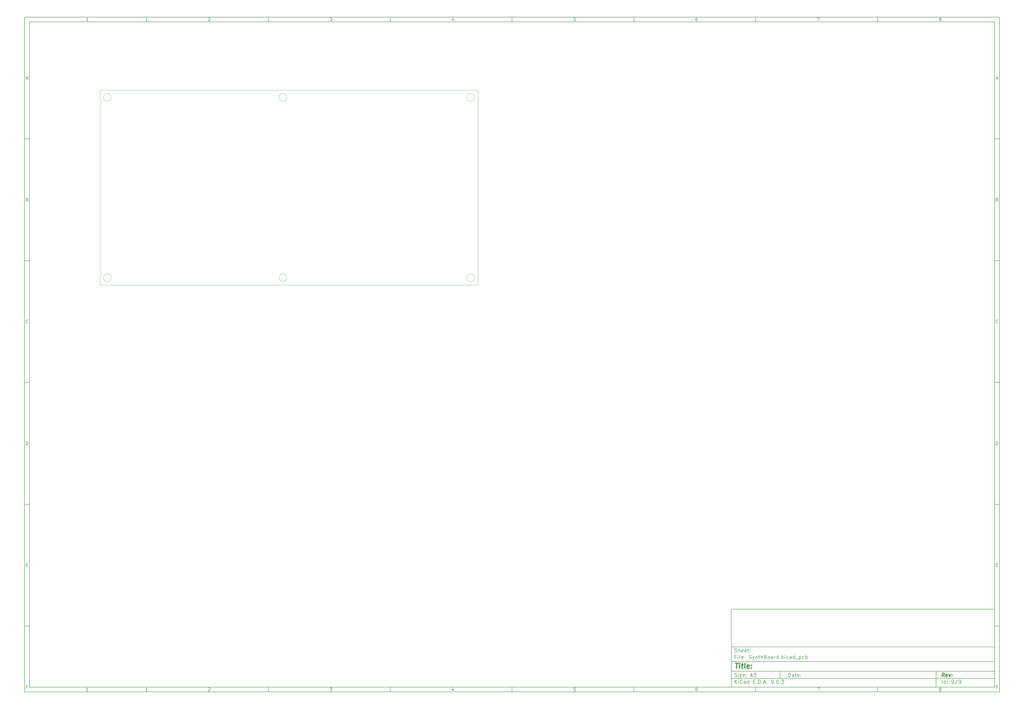
<source format=gbr>
%TF.GenerationSoftware,KiCad,Pcbnew,9.0.3*%
%TF.CreationDate,2025-09-21T20:18:17+09:00*%
%TF.ProjectId,SynthBoard,53796e74-6842-46f6-9172-642e6b696361,rev?*%
%TF.SameCoordinates,Original*%
%TF.FileFunction,Profile,NP*%
%FSLAX46Y46*%
G04 Gerber Fmt 4.6, Leading zero omitted, Abs format (unit mm)*
G04 Created by KiCad (PCBNEW 9.0.3) date 2025-09-21 20:18:17*
%MOMM*%
%LPD*%
G01*
G04 APERTURE LIST*
%ADD10C,0.100000*%
%ADD11C,0.150000*%
%ADD12C,0.300000*%
%ADD13C,0.400000*%
%TA.AperFunction,Profile*%
%ADD14C,0.050000*%
%TD*%
G04 APERTURE END LIST*
D10*
D11*
X299989000Y-253002200D02*
X407989000Y-253002200D01*
X407989000Y-285002200D01*
X299989000Y-285002200D01*
X299989000Y-253002200D01*
D10*
D11*
X10000000Y-10000000D02*
X409989000Y-10000000D01*
X409989000Y-287002200D01*
X10000000Y-287002200D01*
X10000000Y-10000000D01*
D10*
D11*
X12000000Y-12000000D02*
X407989000Y-12000000D01*
X407989000Y-285002200D01*
X12000000Y-285002200D01*
X12000000Y-12000000D01*
D10*
D11*
X60000000Y-12000000D02*
X60000000Y-10000000D01*
D10*
D11*
X110000000Y-12000000D02*
X110000000Y-10000000D01*
D10*
D11*
X160000000Y-12000000D02*
X160000000Y-10000000D01*
D10*
D11*
X210000000Y-12000000D02*
X210000000Y-10000000D01*
D10*
D11*
X260000000Y-12000000D02*
X260000000Y-10000000D01*
D10*
D11*
X310000000Y-12000000D02*
X310000000Y-10000000D01*
D10*
D11*
X360000000Y-12000000D02*
X360000000Y-10000000D01*
D10*
D11*
X36089160Y-11593604D02*
X35346303Y-11593604D01*
X35717731Y-11593604D02*
X35717731Y-10293604D01*
X35717731Y-10293604D02*
X35593922Y-10479319D01*
X35593922Y-10479319D02*
X35470112Y-10603128D01*
X35470112Y-10603128D02*
X35346303Y-10665033D01*
D10*
D11*
X85346303Y-10417414D02*
X85408207Y-10355509D01*
X85408207Y-10355509D02*
X85532017Y-10293604D01*
X85532017Y-10293604D02*
X85841541Y-10293604D01*
X85841541Y-10293604D02*
X85965350Y-10355509D01*
X85965350Y-10355509D02*
X86027255Y-10417414D01*
X86027255Y-10417414D02*
X86089160Y-10541223D01*
X86089160Y-10541223D02*
X86089160Y-10665033D01*
X86089160Y-10665033D02*
X86027255Y-10850747D01*
X86027255Y-10850747D02*
X85284398Y-11593604D01*
X85284398Y-11593604D02*
X86089160Y-11593604D01*
D10*
D11*
X135284398Y-10293604D02*
X136089160Y-10293604D01*
X136089160Y-10293604D02*
X135655826Y-10788842D01*
X135655826Y-10788842D02*
X135841541Y-10788842D01*
X135841541Y-10788842D02*
X135965350Y-10850747D01*
X135965350Y-10850747D02*
X136027255Y-10912652D01*
X136027255Y-10912652D02*
X136089160Y-11036461D01*
X136089160Y-11036461D02*
X136089160Y-11345985D01*
X136089160Y-11345985D02*
X136027255Y-11469795D01*
X136027255Y-11469795D02*
X135965350Y-11531700D01*
X135965350Y-11531700D02*
X135841541Y-11593604D01*
X135841541Y-11593604D02*
X135470112Y-11593604D01*
X135470112Y-11593604D02*
X135346303Y-11531700D01*
X135346303Y-11531700D02*
X135284398Y-11469795D01*
D10*
D11*
X185965350Y-10726938D02*
X185965350Y-11593604D01*
X185655826Y-10231700D02*
X185346303Y-11160271D01*
X185346303Y-11160271D02*
X186151064Y-11160271D01*
D10*
D11*
X236027255Y-10293604D02*
X235408207Y-10293604D01*
X235408207Y-10293604D02*
X235346303Y-10912652D01*
X235346303Y-10912652D02*
X235408207Y-10850747D01*
X235408207Y-10850747D02*
X235532017Y-10788842D01*
X235532017Y-10788842D02*
X235841541Y-10788842D01*
X235841541Y-10788842D02*
X235965350Y-10850747D01*
X235965350Y-10850747D02*
X236027255Y-10912652D01*
X236027255Y-10912652D02*
X236089160Y-11036461D01*
X236089160Y-11036461D02*
X236089160Y-11345985D01*
X236089160Y-11345985D02*
X236027255Y-11469795D01*
X236027255Y-11469795D02*
X235965350Y-11531700D01*
X235965350Y-11531700D02*
X235841541Y-11593604D01*
X235841541Y-11593604D02*
X235532017Y-11593604D01*
X235532017Y-11593604D02*
X235408207Y-11531700D01*
X235408207Y-11531700D02*
X235346303Y-11469795D01*
D10*
D11*
X285965350Y-10293604D02*
X285717731Y-10293604D01*
X285717731Y-10293604D02*
X285593922Y-10355509D01*
X285593922Y-10355509D02*
X285532017Y-10417414D01*
X285532017Y-10417414D02*
X285408207Y-10603128D01*
X285408207Y-10603128D02*
X285346303Y-10850747D01*
X285346303Y-10850747D02*
X285346303Y-11345985D01*
X285346303Y-11345985D02*
X285408207Y-11469795D01*
X285408207Y-11469795D02*
X285470112Y-11531700D01*
X285470112Y-11531700D02*
X285593922Y-11593604D01*
X285593922Y-11593604D02*
X285841541Y-11593604D01*
X285841541Y-11593604D02*
X285965350Y-11531700D01*
X285965350Y-11531700D02*
X286027255Y-11469795D01*
X286027255Y-11469795D02*
X286089160Y-11345985D01*
X286089160Y-11345985D02*
X286089160Y-11036461D01*
X286089160Y-11036461D02*
X286027255Y-10912652D01*
X286027255Y-10912652D02*
X285965350Y-10850747D01*
X285965350Y-10850747D02*
X285841541Y-10788842D01*
X285841541Y-10788842D02*
X285593922Y-10788842D01*
X285593922Y-10788842D02*
X285470112Y-10850747D01*
X285470112Y-10850747D02*
X285408207Y-10912652D01*
X285408207Y-10912652D02*
X285346303Y-11036461D01*
D10*
D11*
X335284398Y-10293604D02*
X336151064Y-10293604D01*
X336151064Y-10293604D02*
X335593922Y-11593604D01*
D10*
D11*
X385593922Y-10850747D02*
X385470112Y-10788842D01*
X385470112Y-10788842D02*
X385408207Y-10726938D01*
X385408207Y-10726938D02*
X385346303Y-10603128D01*
X385346303Y-10603128D02*
X385346303Y-10541223D01*
X385346303Y-10541223D02*
X385408207Y-10417414D01*
X385408207Y-10417414D02*
X385470112Y-10355509D01*
X385470112Y-10355509D02*
X385593922Y-10293604D01*
X385593922Y-10293604D02*
X385841541Y-10293604D01*
X385841541Y-10293604D02*
X385965350Y-10355509D01*
X385965350Y-10355509D02*
X386027255Y-10417414D01*
X386027255Y-10417414D02*
X386089160Y-10541223D01*
X386089160Y-10541223D02*
X386089160Y-10603128D01*
X386089160Y-10603128D02*
X386027255Y-10726938D01*
X386027255Y-10726938D02*
X385965350Y-10788842D01*
X385965350Y-10788842D02*
X385841541Y-10850747D01*
X385841541Y-10850747D02*
X385593922Y-10850747D01*
X385593922Y-10850747D02*
X385470112Y-10912652D01*
X385470112Y-10912652D02*
X385408207Y-10974557D01*
X385408207Y-10974557D02*
X385346303Y-11098366D01*
X385346303Y-11098366D02*
X385346303Y-11345985D01*
X385346303Y-11345985D02*
X385408207Y-11469795D01*
X385408207Y-11469795D02*
X385470112Y-11531700D01*
X385470112Y-11531700D02*
X385593922Y-11593604D01*
X385593922Y-11593604D02*
X385841541Y-11593604D01*
X385841541Y-11593604D02*
X385965350Y-11531700D01*
X385965350Y-11531700D02*
X386027255Y-11469795D01*
X386027255Y-11469795D02*
X386089160Y-11345985D01*
X386089160Y-11345985D02*
X386089160Y-11098366D01*
X386089160Y-11098366D02*
X386027255Y-10974557D01*
X386027255Y-10974557D02*
X385965350Y-10912652D01*
X385965350Y-10912652D02*
X385841541Y-10850747D01*
D10*
D11*
X60000000Y-285002200D02*
X60000000Y-287002200D01*
D10*
D11*
X110000000Y-285002200D02*
X110000000Y-287002200D01*
D10*
D11*
X160000000Y-285002200D02*
X160000000Y-287002200D01*
D10*
D11*
X210000000Y-285002200D02*
X210000000Y-287002200D01*
D10*
D11*
X260000000Y-285002200D02*
X260000000Y-287002200D01*
D10*
D11*
X310000000Y-285002200D02*
X310000000Y-287002200D01*
D10*
D11*
X360000000Y-285002200D02*
X360000000Y-287002200D01*
D10*
D11*
X36089160Y-286595804D02*
X35346303Y-286595804D01*
X35717731Y-286595804D02*
X35717731Y-285295804D01*
X35717731Y-285295804D02*
X35593922Y-285481519D01*
X35593922Y-285481519D02*
X35470112Y-285605328D01*
X35470112Y-285605328D02*
X35346303Y-285667233D01*
D10*
D11*
X85346303Y-285419614D02*
X85408207Y-285357709D01*
X85408207Y-285357709D02*
X85532017Y-285295804D01*
X85532017Y-285295804D02*
X85841541Y-285295804D01*
X85841541Y-285295804D02*
X85965350Y-285357709D01*
X85965350Y-285357709D02*
X86027255Y-285419614D01*
X86027255Y-285419614D02*
X86089160Y-285543423D01*
X86089160Y-285543423D02*
X86089160Y-285667233D01*
X86089160Y-285667233D02*
X86027255Y-285852947D01*
X86027255Y-285852947D02*
X85284398Y-286595804D01*
X85284398Y-286595804D02*
X86089160Y-286595804D01*
D10*
D11*
X135284398Y-285295804D02*
X136089160Y-285295804D01*
X136089160Y-285295804D02*
X135655826Y-285791042D01*
X135655826Y-285791042D02*
X135841541Y-285791042D01*
X135841541Y-285791042D02*
X135965350Y-285852947D01*
X135965350Y-285852947D02*
X136027255Y-285914852D01*
X136027255Y-285914852D02*
X136089160Y-286038661D01*
X136089160Y-286038661D02*
X136089160Y-286348185D01*
X136089160Y-286348185D02*
X136027255Y-286471995D01*
X136027255Y-286471995D02*
X135965350Y-286533900D01*
X135965350Y-286533900D02*
X135841541Y-286595804D01*
X135841541Y-286595804D02*
X135470112Y-286595804D01*
X135470112Y-286595804D02*
X135346303Y-286533900D01*
X135346303Y-286533900D02*
X135284398Y-286471995D01*
D10*
D11*
X185965350Y-285729138D02*
X185965350Y-286595804D01*
X185655826Y-285233900D02*
X185346303Y-286162471D01*
X185346303Y-286162471D02*
X186151064Y-286162471D01*
D10*
D11*
X236027255Y-285295804D02*
X235408207Y-285295804D01*
X235408207Y-285295804D02*
X235346303Y-285914852D01*
X235346303Y-285914852D02*
X235408207Y-285852947D01*
X235408207Y-285852947D02*
X235532017Y-285791042D01*
X235532017Y-285791042D02*
X235841541Y-285791042D01*
X235841541Y-285791042D02*
X235965350Y-285852947D01*
X235965350Y-285852947D02*
X236027255Y-285914852D01*
X236027255Y-285914852D02*
X236089160Y-286038661D01*
X236089160Y-286038661D02*
X236089160Y-286348185D01*
X236089160Y-286348185D02*
X236027255Y-286471995D01*
X236027255Y-286471995D02*
X235965350Y-286533900D01*
X235965350Y-286533900D02*
X235841541Y-286595804D01*
X235841541Y-286595804D02*
X235532017Y-286595804D01*
X235532017Y-286595804D02*
X235408207Y-286533900D01*
X235408207Y-286533900D02*
X235346303Y-286471995D01*
D10*
D11*
X285965350Y-285295804D02*
X285717731Y-285295804D01*
X285717731Y-285295804D02*
X285593922Y-285357709D01*
X285593922Y-285357709D02*
X285532017Y-285419614D01*
X285532017Y-285419614D02*
X285408207Y-285605328D01*
X285408207Y-285605328D02*
X285346303Y-285852947D01*
X285346303Y-285852947D02*
X285346303Y-286348185D01*
X285346303Y-286348185D02*
X285408207Y-286471995D01*
X285408207Y-286471995D02*
X285470112Y-286533900D01*
X285470112Y-286533900D02*
X285593922Y-286595804D01*
X285593922Y-286595804D02*
X285841541Y-286595804D01*
X285841541Y-286595804D02*
X285965350Y-286533900D01*
X285965350Y-286533900D02*
X286027255Y-286471995D01*
X286027255Y-286471995D02*
X286089160Y-286348185D01*
X286089160Y-286348185D02*
X286089160Y-286038661D01*
X286089160Y-286038661D02*
X286027255Y-285914852D01*
X286027255Y-285914852D02*
X285965350Y-285852947D01*
X285965350Y-285852947D02*
X285841541Y-285791042D01*
X285841541Y-285791042D02*
X285593922Y-285791042D01*
X285593922Y-285791042D02*
X285470112Y-285852947D01*
X285470112Y-285852947D02*
X285408207Y-285914852D01*
X285408207Y-285914852D02*
X285346303Y-286038661D01*
D10*
D11*
X335284398Y-285295804D02*
X336151064Y-285295804D01*
X336151064Y-285295804D02*
X335593922Y-286595804D01*
D10*
D11*
X385593922Y-285852947D02*
X385470112Y-285791042D01*
X385470112Y-285791042D02*
X385408207Y-285729138D01*
X385408207Y-285729138D02*
X385346303Y-285605328D01*
X385346303Y-285605328D02*
X385346303Y-285543423D01*
X385346303Y-285543423D02*
X385408207Y-285419614D01*
X385408207Y-285419614D02*
X385470112Y-285357709D01*
X385470112Y-285357709D02*
X385593922Y-285295804D01*
X385593922Y-285295804D02*
X385841541Y-285295804D01*
X385841541Y-285295804D02*
X385965350Y-285357709D01*
X385965350Y-285357709D02*
X386027255Y-285419614D01*
X386027255Y-285419614D02*
X386089160Y-285543423D01*
X386089160Y-285543423D02*
X386089160Y-285605328D01*
X386089160Y-285605328D02*
X386027255Y-285729138D01*
X386027255Y-285729138D02*
X385965350Y-285791042D01*
X385965350Y-285791042D02*
X385841541Y-285852947D01*
X385841541Y-285852947D02*
X385593922Y-285852947D01*
X385593922Y-285852947D02*
X385470112Y-285914852D01*
X385470112Y-285914852D02*
X385408207Y-285976757D01*
X385408207Y-285976757D02*
X385346303Y-286100566D01*
X385346303Y-286100566D02*
X385346303Y-286348185D01*
X385346303Y-286348185D02*
X385408207Y-286471995D01*
X385408207Y-286471995D02*
X385470112Y-286533900D01*
X385470112Y-286533900D02*
X385593922Y-286595804D01*
X385593922Y-286595804D02*
X385841541Y-286595804D01*
X385841541Y-286595804D02*
X385965350Y-286533900D01*
X385965350Y-286533900D02*
X386027255Y-286471995D01*
X386027255Y-286471995D02*
X386089160Y-286348185D01*
X386089160Y-286348185D02*
X386089160Y-286100566D01*
X386089160Y-286100566D02*
X386027255Y-285976757D01*
X386027255Y-285976757D02*
X385965350Y-285914852D01*
X385965350Y-285914852D02*
X385841541Y-285852947D01*
D10*
D11*
X10000000Y-60000000D02*
X12000000Y-60000000D01*
D10*
D11*
X10000000Y-110000000D02*
X12000000Y-110000000D01*
D10*
D11*
X10000000Y-160000000D02*
X12000000Y-160000000D01*
D10*
D11*
X10000000Y-210000000D02*
X12000000Y-210000000D01*
D10*
D11*
X10000000Y-260000000D02*
X12000000Y-260000000D01*
D10*
D11*
X10690476Y-35222176D02*
X11309523Y-35222176D01*
X10566666Y-35593604D02*
X10999999Y-34293604D01*
X10999999Y-34293604D02*
X11433333Y-35593604D01*
D10*
D11*
X11092857Y-84912652D02*
X11278571Y-84974557D01*
X11278571Y-84974557D02*
X11340476Y-85036461D01*
X11340476Y-85036461D02*
X11402380Y-85160271D01*
X11402380Y-85160271D02*
X11402380Y-85345985D01*
X11402380Y-85345985D02*
X11340476Y-85469795D01*
X11340476Y-85469795D02*
X11278571Y-85531700D01*
X11278571Y-85531700D02*
X11154761Y-85593604D01*
X11154761Y-85593604D02*
X10659523Y-85593604D01*
X10659523Y-85593604D02*
X10659523Y-84293604D01*
X10659523Y-84293604D02*
X11092857Y-84293604D01*
X11092857Y-84293604D02*
X11216666Y-84355509D01*
X11216666Y-84355509D02*
X11278571Y-84417414D01*
X11278571Y-84417414D02*
X11340476Y-84541223D01*
X11340476Y-84541223D02*
X11340476Y-84665033D01*
X11340476Y-84665033D02*
X11278571Y-84788842D01*
X11278571Y-84788842D02*
X11216666Y-84850747D01*
X11216666Y-84850747D02*
X11092857Y-84912652D01*
X11092857Y-84912652D02*
X10659523Y-84912652D01*
D10*
D11*
X11402380Y-135469795D02*
X11340476Y-135531700D01*
X11340476Y-135531700D02*
X11154761Y-135593604D01*
X11154761Y-135593604D02*
X11030952Y-135593604D01*
X11030952Y-135593604D02*
X10845238Y-135531700D01*
X10845238Y-135531700D02*
X10721428Y-135407890D01*
X10721428Y-135407890D02*
X10659523Y-135284080D01*
X10659523Y-135284080D02*
X10597619Y-135036461D01*
X10597619Y-135036461D02*
X10597619Y-134850747D01*
X10597619Y-134850747D02*
X10659523Y-134603128D01*
X10659523Y-134603128D02*
X10721428Y-134479319D01*
X10721428Y-134479319D02*
X10845238Y-134355509D01*
X10845238Y-134355509D02*
X11030952Y-134293604D01*
X11030952Y-134293604D02*
X11154761Y-134293604D01*
X11154761Y-134293604D02*
X11340476Y-134355509D01*
X11340476Y-134355509D02*
X11402380Y-134417414D01*
D10*
D11*
X10659523Y-185593604D02*
X10659523Y-184293604D01*
X10659523Y-184293604D02*
X10969047Y-184293604D01*
X10969047Y-184293604D02*
X11154761Y-184355509D01*
X11154761Y-184355509D02*
X11278571Y-184479319D01*
X11278571Y-184479319D02*
X11340476Y-184603128D01*
X11340476Y-184603128D02*
X11402380Y-184850747D01*
X11402380Y-184850747D02*
X11402380Y-185036461D01*
X11402380Y-185036461D02*
X11340476Y-185284080D01*
X11340476Y-185284080D02*
X11278571Y-185407890D01*
X11278571Y-185407890D02*
X11154761Y-185531700D01*
X11154761Y-185531700D02*
X10969047Y-185593604D01*
X10969047Y-185593604D02*
X10659523Y-185593604D01*
D10*
D11*
X10721428Y-234912652D02*
X11154762Y-234912652D01*
X11340476Y-235593604D02*
X10721428Y-235593604D01*
X10721428Y-235593604D02*
X10721428Y-234293604D01*
X10721428Y-234293604D02*
X11340476Y-234293604D01*
D10*
D11*
X11185714Y-284912652D02*
X10752380Y-284912652D01*
X10752380Y-285593604D02*
X10752380Y-284293604D01*
X10752380Y-284293604D02*
X11371428Y-284293604D01*
D10*
D11*
X409989000Y-60000000D02*
X407989000Y-60000000D01*
D10*
D11*
X409989000Y-110000000D02*
X407989000Y-110000000D01*
D10*
D11*
X409989000Y-160000000D02*
X407989000Y-160000000D01*
D10*
D11*
X409989000Y-210000000D02*
X407989000Y-210000000D01*
D10*
D11*
X409989000Y-260000000D02*
X407989000Y-260000000D01*
D10*
D11*
X408679476Y-35222176D02*
X409298523Y-35222176D01*
X408555666Y-35593604D02*
X408988999Y-34293604D01*
X408988999Y-34293604D02*
X409422333Y-35593604D01*
D10*
D11*
X409081857Y-84912652D02*
X409267571Y-84974557D01*
X409267571Y-84974557D02*
X409329476Y-85036461D01*
X409329476Y-85036461D02*
X409391380Y-85160271D01*
X409391380Y-85160271D02*
X409391380Y-85345985D01*
X409391380Y-85345985D02*
X409329476Y-85469795D01*
X409329476Y-85469795D02*
X409267571Y-85531700D01*
X409267571Y-85531700D02*
X409143761Y-85593604D01*
X409143761Y-85593604D02*
X408648523Y-85593604D01*
X408648523Y-85593604D02*
X408648523Y-84293604D01*
X408648523Y-84293604D02*
X409081857Y-84293604D01*
X409081857Y-84293604D02*
X409205666Y-84355509D01*
X409205666Y-84355509D02*
X409267571Y-84417414D01*
X409267571Y-84417414D02*
X409329476Y-84541223D01*
X409329476Y-84541223D02*
X409329476Y-84665033D01*
X409329476Y-84665033D02*
X409267571Y-84788842D01*
X409267571Y-84788842D02*
X409205666Y-84850747D01*
X409205666Y-84850747D02*
X409081857Y-84912652D01*
X409081857Y-84912652D02*
X408648523Y-84912652D01*
D10*
D11*
X409391380Y-135469795D02*
X409329476Y-135531700D01*
X409329476Y-135531700D02*
X409143761Y-135593604D01*
X409143761Y-135593604D02*
X409019952Y-135593604D01*
X409019952Y-135593604D02*
X408834238Y-135531700D01*
X408834238Y-135531700D02*
X408710428Y-135407890D01*
X408710428Y-135407890D02*
X408648523Y-135284080D01*
X408648523Y-135284080D02*
X408586619Y-135036461D01*
X408586619Y-135036461D02*
X408586619Y-134850747D01*
X408586619Y-134850747D02*
X408648523Y-134603128D01*
X408648523Y-134603128D02*
X408710428Y-134479319D01*
X408710428Y-134479319D02*
X408834238Y-134355509D01*
X408834238Y-134355509D02*
X409019952Y-134293604D01*
X409019952Y-134293604D02*
X409143761Y-134293604D01*
X409143761Y-134293604D02*
X409329476Y-134355509D01*
X409329476Y-134355509D02*
X409391380Y-134417414D01*
D10*
D11*
X408648523Y-185593604D02*
X408648523Y-184293604D01*
X408648523Y-184293604D02*
X408958047Y-184293604D01*
X408958047Y-184293604D02*
X409143761Y-184355509D01*
X409143761Y-184355509D02*
X409267571Y-184479319D01*
X409267571Y-184479319D02*
X409329476Y-184603128D01*
X409329476Y-184603128D02*
X409391380Y-184850747D01*
X409391380Y-184850747D02*
X409391380Y-185036461D01*
X409391380Y-185036461D02*
X409329476Y-185284080D01*
X409329476Y-185284080D02*
X409267571Y-185407890D01*
X409267571Y-185407890D02*
X409143761Y-185531700D01*
X409143761Y-185531700D02*
X408958047Y-185593604D01*
X408958047Y-185593604D02*
X408648523Y-185593604D01*
D10*
D11*
X408710428Y-234912652D02*
X409143762Y-234912652D01*
X409329476Y-235593604D02*
X408710428Y-235593604D01*
X408710428Y-235593604D02*
X408710428Y-234293604D01*
X408710428Y-234293604D02*
X409329476Y-234293604D01*
D10*
D11*
X409174714Y-284912652D02*
X408741380Y-284912652D01*
X408741380Y-285593604D02*
X408741380Y-284293604D01*
X408741380Y-284293604D02*
X409360428Y-284293604D01*
D10*
D11*
X323444826Y-280788328D02*
X323444826Y-279288328D01*
X323444826Y-279288328D02*
X323801969Y-279288328D01*
X323801969Y-279288328D02*
X324016255Y-279359757D01*
X324016255Y-279359757D02*
X324159112Y-279502614D01*
X324159112Y-279502614D02*
X324230541Y-279645471D01*
X324230541Y-279645471D02*
X324301969Y-279931185D01*
X324301969Y-279931185D02*
X324301969Y-280145471D01*
X324301969Y-280145471D02*
X324230541Y-280431185D01*
X324230541Y-280431185D02*
X324159112Y-280574042D01*
X324159112Y-280574042D02*
X324016255Y-280716900D01*
X324016255Y-280716900D02*
X323801969Y-280788328D01*
X323801969Y-280788328D02*
X323444826Y-280788328D01*
X325587684Y-280788328D02*
X325587684Y-280002614D01*
X325587684Y-280002614D02*
X325516255Y-279859757D01*
X325516255Y-279859757D02*
X325373398Y-279788328D01*
X325373398Y-279788328D02*
X325087684Y-279788328D01*
X325087684Y-279788328D02*
X324944826Y-279859757D01*
X325587684Y-280716900D02*
X325444826Y-280788328D01*
X325444826Y-280788328D02*
X325087684Y-280788328D01*
X325087684Y-280788328D02*
X324944826Y-280716900D01*
X324944826Y-280716900D02*
X324873398Y-280574042D01*
X324873398Y-280574042D02*
X324873398Y-280431185D01*
X324873398Y-280431185D02*
X324944826Y-280288328D01*
X324944826Y-280288328D02*
X325087684Y-280216900D01*
X325087684Y-280216900D02*
X325444826Y-280216900D01*
X325444826Y-280216900D02*
X325587684Y-280145471D01*
X326087684Y-279788328D02*
X326659112Y-279788328D01*
X326301969Y-279288328D02*
X326301969Y-280574042D01*
X326301969Y-280574042D02*
X326373398Y-280716900D01*
X326373398Y-280716900D02*
X326516255Y-280788328D01*
X326516255Y-280788328D02*
X326659112Y-280788328D01*
X327730541Y-280716900D02*
X327587684Y-280788328D01*
X327587684Y-280788328D02*
X327301970Y-280788328D01*
X327301970Y-280788328D02*
X327159112Y-280716900D01*
X327159112Y-280716900D02*
X327087684Y-280574042D01*
X327087684Y-280574042D02*
X327087684Y-280002614D01*
X327087684Y-280002614D02*
X327159112Y-279859757D01*
X327159112Y-279859757D02*
X327301970Y-279788328D01*
X327301970Y-279788328D02*
X327587684Y-279788328D01*
X327587684Y-279788328D02*
X327730541Y-279859757D01*
X327730541Y-279859757D02*
X327801970Y-280002614D01*
X327801970Y-280002614D02*
X327801970Y-280145471D01*
X327801970Y-280145471D02*
X327087684Y-280288328D01*
X328444826Y-280645471D02*
X328516255Y-280716900D01*
X328516255Y-280716900D02*
X328444826Y-280788328D01*
X328444826Y-280788328D02*
X328373398Y-280716900D01*
X328373398Y-280716900D02*
X328444826Y-280645471D01*
X328444826Y-280645471D02*
X328444826Y-280788328D01*
X328444826Y-279859757D02*
X328516255Y-279931185D01*
X328516255Y-279931185D02*
X328444826Y-280002614D01*
X328444826Y-280002614D02*
X328373398Y-279931185D01*
X328373398Y-279931185D02*
X328444826Y-279859757D01*
X328444826Y-279859757D02*
X328444826Y-280002614D01*
D10*
D11*
X299989000Y-281502200D02*
X407989000Y-281502200D01*
D10*
D11*
X301444826Y-283588328D02*
X301444826Y-282088328D01*
X302301969Y-283588328D02*
X301659112Y-282731185D01*
X302301969Y-282088328D02*
X301444826Y-282945471D01*
X302944826Y-283588328D02*
X302944826Y-282588328D01*
X302944826Y-282088328D02*
X302873398Y-282159757D01*
X302873398Y-282159757D02*
X302944826Y-282231185D01*
X302944826Y-282231185D02*
X303016255Y-282159757D01*
X303016255Y-282159757D02*
X302944826Y-282088328D01*
X302944826Y-282088328D02*
X302944826Y-282231185D01*
X304516255Y-283445471D02*
X304444827Y-283516900D01*
X304444827Y-283516900D02*
X304230541Y-283588328D01*
X304230541Y-283588328D02*
X304087684Y-283588328D01*
X304087684Y-283588328D02*
X303873398Y-283516900D01*
X303873398Y-283516900D02*
X303730541Y-283374042D01*
X303730541Y-283374042D02*
X303659112Y-283231185D01*
X303659112Y-283231185D02*
X303587684Y-282945471D01*
X303587684Y-282945471D02*
X303587684Y-282731185D01*
X303587684Y-282731185D02*
X303659112Y-282445471D01*
X303659112Y-282445471D02*
X303730541Y-282302614D01*
X303730541Y-282302614D02*
X303873398Y-282159757D01*
X303873398Y-282159757D02*
X304087684Y-282088328D01*
X304087684Y-282088328D02*
X304230541Y-282088328D01*
X304230541Y-282088328D02*
X304444827Y-282159757D01*
X304444827Y-282159757D02*
X304516255Y-282231185D01*
X305801970Y-283588328D02*
X305801970Y-282802614D01*
X305801970Y-282802614D02*
X305730541Y-282659757D01*
X305730541Y-282659757D02*
X305587684Y-282588328D01*
X305587684Y-282588328D02*
X305301970Y-282588328D01*
X305301970Y-282588328D02*
X305159112Y-282659757D01*
X305801970Y-283516900D02*
X305659112Y-283588328D01*
X305659112Y-283588328D02*
X305301970Y-283588328D01*
X305301970Y-283588328D02*
X305159112Y-283516900D01*
X305159112Y-283516900D02*
X305087684Y-283374042D01*
X305087684Y-283374042D02*
X305087684Y-283231185D01*
X305087684Y-283231185D02*
X305159112Y-283088328D01*
X305159112Y-283088328D02*
X305301970Y-283016900D01*
X305301970Y-283016900D02*
X305659112Y-283016900D01*
X305659112Y-283016900D02*
X305801970Y-282945471D01*
X307159113Y-283588328D02*
X307159113Y-282088328D01*
X307159113Y-283516900D02*
X307016255Y-283588328D01*
X307016255Y-283588328D02*
X306730541Y-283588328D01*
X306730541Y-283588328D02*
X306587684Y-283516900D01*
X306587684Y-283516900D02*
X306516255Y-283445471D01*
X306516255Y-283445471D02*
X306444827Y-283302614D01*
X306444827Y-283302614D02*
X306444827Y-282874042D01*
X306444827Y-282874042D02*
X306516255Y-282731185D01*
X306516255Y-282731185D02*
X306587684Y-282659757D01*
X306587684Y-282659757D02*
X306730541Y-282588328D01*
X306730541Y-282588328D02*
X307016255Y-282588328D01*
X307016255Y-282588328D02*
X307159113Y-282659757D01*
X309016255Y-282802614D02*
X309516255Y-282802614D01*
X309730541Y-283588328D02*
X309016255Y-283588328D01*
X309016255Y-283588328D02*
X309016255Y-282088328D01*
X309016255Y-282088328D02*
X309730541Y-282088328D01*
X310373398Y-283445471D02*
X310444827Y-283516900D01*
X310444827Y-283516900D02*
X310373398Y-283588328D01*
X310373398Y-283588328D02*
X310301970Y-283516900D01*
X310301970Y-283516900D02*
X310373398Y-283445471D01*
X310373398Y-283445471D02*
X310373398Y-283588328D01*
X311087684Y-283588328D02*
X311087684Y-282088328D01*
X311087684Y-282088328D02*
X311444827Y-282088328D01*
X311444827Y-282088328D02*
X311659113Y-282159757D01*
X311659113Y-282159757D02*
X311801970Y-282302614D01*
X311801970Y-282302614D02*
X311873399Y-282445471D01*
X311873399Y-282445471D02*
X311944827Y-282731185D01*
X311944827Y-282731185D02*
X311944827Y-282945471D01*
X311944827Y-282945471D02*
X311873399Y-283231185D01*
X311873399Y-283231185D02*
X311801970Y-283374042D01*
X311801970Y-283374042D02*
X311659113Y-283516900D01*
X311659113Y-283516900D02*
X311444827Y-283588328D01*
X311444827Y-283588328D02*
X311087684Y-283588328D01*
X312587684Y-283445471D02*
X312659113Y-283516900D01*
X312659113Y-283516900D02*
X312587684Y-283588328D01*
X312587684Y-283588328D02*
X312516256Y-283516900D01*
X312516256Y-283516900D02*
X312587684Y-283445471D01*
X312587684Y-283445471D02*
X312587684Y-283588328D01*
X313230542Y-283159757D02*
X313944828Y-283159757D01*
X313087685Y-283588328D02*
X313587685Y-282088328D01*
X313587685Y-282088328D02*
X314087685Y-283588328D01*
X314587684Y-283445471D02*
X314659113Y-283516900D01*
X314659113Y-283516900D02*
X314587684Y-283588328D01*
X314587684Y-283588328D02*
X314516256Y-283516900D01*
X314516256Y-283516900D02*
X314587684Y-283445471D01*
X314587684Y-283445471D02*
X314587684Y-283588328D01*
X316516256Y-283588328D02*
X316801970Y-283588328D01*
X316801970Y-283588328D02*
X316944827Y-283516900D01*
X316944827Y-283516900D02*
X317016256Y-283445471D01*
X317016256Y-283445471D02*
X317159113Y-283231185D01*
X317159113Y-283231185D02*
X317230542Y-282945471D01*
X317230542Y-282945471D02*
X317230542Y-282374042D01*
X317230542Y-282374042D02*
X317159113Y-282231185D01*
X317159113Y-282231185D02*
X317087685Y-282159757D01*
X317087685Y-282159757D02*
X316944827Y-282088328D01*
X316944827Y-282088328D02*
X316659113Y-282088328D01*
X316659113Y-282088328D02*
X316516256Y-282159757D01*
X316516256Y-282159757D02*
X316444827Y-282231185D01*
X316444827Y-282231185D02*
X316373399Y-282374042D01*
X316373399Y-282374042D02*
X316373399Y-282731185D01*
X316373399Y-282731185D02*
X316444827Y-282874042D01*
X316444827Y-282874042D02*
X316516256Y-282945471D01*
X316516256Y-282945471D02*
X316659113Y-283016900D01*
X316659113Y-283016900D02*
X316944827Y-283016900D01*
X316944827Y-283016900D02*
X317087685Y-282945471D01*
X317087685Y-282945471D02*
X317159113Y-282874042D01*
X317159113Y-282874042D02*
X317230542Y-282731185D01*
X317873398Y-283445471D02*
X317944827Y-283516900D01*
X317944827Y-283516900D02*
X317873398Y-283588328D01*
X317873398Y-283588328D02*
X317801970Y-283516900D01*
X317801970Y-283516900D02*
X317873398Y-283445471D01*
X317873398Y-283445471D02*
X317873398Y-283588328D01*
X318873399Y-282088328D02*
X319016256Y-282088328D01*
X319016256Y-282088328D02*
X319159113Y-282159757D01*
X319159113Y-282159757D02*
X319230542Y-282231185D01*
X319230542Y-282231185D02*
X319301970Y-282374042D01*
X319301970Y-282374042D02*
X319373399Y-282659757D01*
X319373399Y-282659757D02*
X319373399Y-283016900D01*
X319373399Y-283016900D02*
X319301970Y-283302614D01*
X319301970Y-283302614D02*
X319230542Y-283445471D01*
X319230542Y-283445471D02*
X319159113Y-283516900D01*
X319159113Y-283516900D02*
X319016256Y-283588328D01*
X319016256Y-283588328D02*
X318873399Y-283588328D01*
X318873399Y-283588328D02*
X318730542Y-283516900D01*
X318730542Y-283516900D02*
X318659113Y-283445471D01*
X318659113Y-283445471D02*
X318587684Y-283302614D01*
X318587684Y-283302614D02*
X318516256Y-283016900D01*
X318516256Y-283016900D02*
X318516256Y-282659757D01*
X318516256Y-282659757D02*
X318587684Y-282374042D01*
X318587684Y-282374042D02*
X318659113Y-282231185D01*
X318659113Y-282231185D02*
X318730542Y-282159757D01*
X318730542Y-282159757D02*
X318873399Y-282088328D01*
X320016255Y-283445471D02*
X320087684Y-283516900D01*
X320087684Y-283516900D02*
X320016255Y-283588328D01*
X320016255Y-283588328D02*
X319944827Y-283516900D01*
X319944827Y-283516900D02*
X320016255Y-283445471D01*
X320016255Y-283445471D02*
X320016255Y-283588328D01*
X320587684Y-282088328D02*
X321516256Y-282088328D01*
X321516256Y-282088328D02*
X321016256Y-282659757D01*
X321016256Y-282659757D02*
X321230541Y-282659757D01*
X321230541Y-282659757D02*
X321373399Y-282731185D01*
X321373399Y-282731185D02*
X321444827Y-282802614D01*
X321444827Y-282802614D02*
X321516256Y-282945471D01*
X321516256Y-282945471D02*
X321516256Y-283302614D01*
X321516256Y-283302614D02*
X321444827Y-283445471D01*
X321444827Y-283445471D02*
X321373399Y-283516900D01*
X321373399Y-283516900D02*
X321230541Y-283588328D01*
X321230541Y-283588328D02*
X320801970Y-283588328D01*
X320801970Y-283588328D02*
X320659113Y-283516900D01*
X320659113Y-283516900D02*
X320587684Y-283445471D01*
D10*
D11*
X299989000Y-278502200D02*
X407989000Y-278502200D01*
D10*
D12*
X387400653Y-280780528D02*
X386900653Y-280066242D01*
X386543510Y-280780528D02*
X386543510Y-279280528D01*
X386543510Y-279280528D02*
X387114939Y-279280528D01*
X387114939Y-279280528D02*
X387257796Y-279351957D01*
X387257796Y-279351957D02*
X387329225Y-279423385D01*
X387329225Y-279423385D02*
X387400653Y-279566242D01*
X387400653Y-279566242D02*
X387400653Y-279780528D01*
X387400653Y-279780528D02*
X387329225Y-279923385D01*
X387329225Y-279923385D02*
X387257796Y-279994814D01*
X387257796Y-279994814D02*
X387114939Y-280066242D01*
X387114939Y-280066242D02*
X386543510Y-280066242D01*
X388614939Y-280709100D02*
X388472082Y-280780528D01*
X388472082Y-280780528D02*
X388186368Y-280780528D01*
X388186368Y-280780528D02*
X388043510Y-280709100D01*
X388043510Y-280709100D02*
X387972082Y-280566242D01*
X387972082Y-280566242D02*
X387972082Y-279994814D01*
X387972082Y-279994814D02*
X388043510Y-279851957D01*
X388043510Y-279851957D02*
X388186368Y-279780528D01*
X388186368Y-279780528D02*
X388472082Y-279780528D01*
X388472082Y-279780528D02*
X388614939Y-279851957D01*
X388614939Y-279851957D02*
X388686368Y-279994814D01*
X388686368Y-279994814D02*
X388686368Y-280137671D01*
X388686368Y-280137671D02*
X387972082Y-280280528D01*
X389186367Y-279780528D02*
X389543510Y-280780528D01*
X389543510Y-280780528D02*
X389900653Y-279780528D01*
X390472081Y-280637671D02*
X390543510Y-280709100D01*
X390543510Y-280709100D02*
X390472081Y-280780528D01*
X390472081Y-280780528D02*
X390400653Y-280709100D01*
X390400653Y-280709100D02*
X390472081Y-280637671D01*
X390472081Y-280637671D02*
X390472081Y-280780528D01*
X390472081Y-279851957D02*
X390543510Y-279923385D01*
X390543510Y-279923385D02*
X390472081Y-279994814D01*
X390472081Y-279994814D02*
X390400653Y-279923385D01*
X390400653Y-279923385D02*
X390472081Y-279851957D01*
X390472081Y-279851957D02*
X390472081Y-279994814D01*
D10*
D11*
X301373398Y-280716900D02*
X301587684Y-280788328D01*
X301587684Y-280788328D02*
X301944826Y-280788328D01*
X301944826Y-280788328D02*
X302087684Y-280716900D01*
X302087684Y-280716900D02*
X302159112Y-280645471D01*
X302159112Y-280645471D02*
X302230541Y-280502614D01*
X302230541Y-280502614D02*
X302230541Y-280359757D01*
X302230541Y-280359757D02*
X302159112Y-280216900D01*
X302159112Y-280216900D02*
X302087684Y-280145471D01*
X302087684Y-280145471D02*
X301944826Y-280074042D01*
X301944826Y-280074042D02*
X301659112Y-280002614D01*
X301659112Y-280002614D02*
X301516255Y-279931185D01*
X301516255Y-279931185D02*
X301444826Y-279859757D01*
X301444826Y-279859757D02*
X301373398Y-279716900D01*
X301373398Y-279716900D02*
X301373398Y-279574042D01*
X301373398Y-279574042D02*
X301444826Y-279431185D01*
X301444826Y-279431185D02*
X301516255Y-279359757D01*
X301516255Y-279359757D02*
X301659112Y-279288328D01*
X301659112Y-279288328D02*
X302016255Y-279288328D01*
X302016255Y-279288328D02*
X302230541Y-279359757D01*
X302873397Y-280788328D02*
X302873397Y-279788328D01*
X302873397Y-279288328D02*
X302801969Y-279359757D01*
X302801969Y-279359757D02*
X302873397Y-279431185D01*
X302873397Y-279431185D02*
X302944826Y-279359757D01*
X302944826Y-279359757D02*
X302873397Y-279288328D01*
X302873397Y-279288328D02*
X302873397Y-279431185D01*
X303444826Y-279788328D02*
X304230541Y-279788328D01*
X304230541Y-279788328D02*
X303444826Y-280788328D01*
X303444826Y-280788328D02*
X304230541Y-280788328D01*
X305373398Y-280716900D02*
X305230541Y-280788328D01*
X305230541Y-280788328D02*
X304944827Y-280788328D01*
X304944827Y-280788328D02*
X304801969Y-280716900D01*
X304801969Y-280716900D02*
X304730541Y-280574042D01*
X304730541Y-280574042D02*
X304730541Y-280002614D01*
X304730541Y-280002614D02*
X304801969Y-279859757D01*
X304801969Y-279859757D02*
X304944827Y-279788328D01*
X304944827Y-279788328D02*
X305230541Y-279788328D01*
X305230541Y-279788328D02*
X305373398Y-279859757D01*
X305373398Y-279859757D02*
X305444827Y-280002614D01*
X305444827Y-280002614D02*
X305444827Y-280145471D01*
X305444827Y-280145471D02*
X304730541Y-280288328D01*
X306087683Y-280645471D02*
X306159112Y-280716900D01*
X306159112Y-280716900D02*
X306087683Y-280788328D01*
X306087683Y-280788328D02*
X306016255Y-280716900D01*
X306016255Y-280716900D02*
X306087683Y-280645471D01*
X306087683Y-280645471D02*
X306087683Y-280788328D01*
X306087683Y-279859757D02*
X306159112Y-279931185D01*
X306159112Y-279931185D02*
X306087683Y-280002614D01*
X306087683Y-280002614D02*
X306016255Y-279931185D01*
X306016255Y-279931185D02*
X306087683Y-279859757D01*
X306087683Y-279859757D02*
X306087683Y-280002614D01*
X307873398Y-280359757D02*
X308587684Y-280359757D01*
X307730541Y-280788328D02*
X308230541Y-279288328D01*
X308230541Y-279288328D02*
X308730541Y-280788328D01*
X309087683Y-279288328D02*
X310016255Y-279288328D01*
X310016255Y-279288328D02*
X309516255Y-279859757D01*
X309516255Y-279859757D02*
X309730540Y-279859757D01*
X309730540Y-279859757D02*
X309873398Y-279931185D01*
X309873398Y-279931185D02*
X309944826Y-280002614D01*
X309944826Y-280002614D02*
X310016255Y-280145471D01*
X310016255Y-280145471D02*
X310016255Y-280502614D01*
X310016255Y-280502614D02*
X309944826Y-280645471D01*
X309944826Y-280645471D02*
X309873398Y-280716900D01*
X309873398Y-280716900D02*
X309730540Y-280788328D01*
X309730540Y-280788328D02*
X309301969Y-280788328D01*
X309301969Y-280788328D02*
X309159112Y-280716900D01*
X309159112Y-280716900D02*
X309087683Y-280645471D01*
D10*
D11*
X386444826Y-283588328D02*
X386444826Y-282088328D01*
X387801970Y-283588328D02*
X387801970Y-282088328D01*
X387801970Y-283516900D02*
X387659112Y-283588328D01*
X387659112Y-283588328D02*
X387373398Y-283588328D01*
X387373398Y-283588328D02*
X387230541Y-283516900D01*
X387230541Y-283516900D02*
X387159112Y-283445471D01*
X387159112Y-283445471D02*
X387087684Y-283302614D01*
X387087684Y-283302614D02*
X387087684Y-282874042D01*
X387087684Y-282874042D02*
X387159112Y-282731185D01*
X387159112Y-282731185D02*
X387230541Y-282659757D01*
X387230541Y-282659757D02*
X387373398Y-282588328D01*
X387373398Y-282588328D02*
X387659112Y-282588328D01*
X387659112Y-282588328D02*
X387801970Y-282659757D01*
X388516255Y-283445471D02*
X388587684Y-283516900D01*
X388587684Y-283516900D02*
X388516255Y-283588328D01*
X388516255Y-283588328D02*
X388444827Y-283516900D01*
X388444827Y-283516900D02*
X388516255Y-283445471D01*
X388516255Y-283445471D02*
X388516255Y-283588328D01*
X388516255Y-282659757D02*
X388587684Y-282731185D01*
X388587684Y-282731185D02*
X388516255Y-282802614D01*
X388516255Y-282802614D02*
X388444827Y-282731185D01*
X388444827Y-282731185D02*
X388516255Y-282659757D01*
X388516255Y-282659757D02*
X388516255Y-282802614D01*
X390444827Y-283588328D02*
X390730541Y-283588328D01*
X390730541Y-283588328D02*
X390873398Y-283516900D01*
X390873398Y-283516900D02*
X390944827Y-283445471D01*
X390944827Y-283445471D02*
X391087684Y-283231185D01*
X391087684Y-283231185D02*
X391159113Y-282945471D01*
X391159113Y-282945471D02*
X391159113Y-282374042D01*
X391159113Y-282374042D02*
X391087684Y-282231185D01*
X391087684Y-282231185D02*
X391016256Y-282159757D01*
X391016256Y-282159757D02*
X390873398Y-282088328D01*
X390873398Y-282088328D02*
X390587684Y-282088328D01*
X390587684Y-282088328D02*
X390444827Y-282159757D01*
X390444827Y-282159757D02*
X390373398Y-282231185D01*
X390373398Y-282231185D02*
X390301970Y-282374042D01*
X390301970Y-282374042D02*
X390301970Y-282731185D01*
X390301970Y-282731185D02*
X390373398Y-282874042D01*
X390373398Y-282874042D02*
X390444827Y-282945471D01*
X390444827Y-282945471D02*
X390587684Y-283016900D01*
X390587684Y-283016900D02*
X390873398Y-283016900D01*
X390873398Y-283016900D02*
X391016256Y-282945471D01*
X391016256Y-282945471D02*
X391087684Y-282874042D01*
X391087684Y-282874042D02*
X391159113Y-282731185D01*
X392873398Y-282016900D02*
X391587684Y-283945471D01*
X393444827Y-283588328D02*
X393730541Y-283588328D01*
X393730541Y-283588328D02*
X393873398Y-283516900D01*
X393873398Y-283516900D02*
X393944827Y-283445471D01*
X393944827Y-283445471D02*
X394087684Y-283231185D01*
X394087684Y-283231185D02*
X394159113Y-282945471D01*
X394159113Y-282945471D02*
X394159113Y-282374042D01*
X394159113Y-282374042D02*
X394087684Y-282231185D01*
X394087684Y-282231185D02*
X394016256Y-282159757D01*
X394016256Y-282159757D02*
X393873398Y-282088328D01*
X393873398Y-282088328D02*
X393587684Y-282088328D01*
X393587684Y-282088328D02*
X393444827Y-282159757D01*
X393444827Y-282159757D02*
X393373398Y-282231185D01*
X393373398Y-282231185D02*
X393301970Y-282374042D01*
X393301970Y-282374042D02*
X393301970Y-282731185D01*
X393301970Y-282731185D02*
X393373398Y-282874042D01*
X393373398Y-282874042D02*
X393444827Y-282945471D01*
X393444827Y-282945471D02*
X393587684Y-283016900D01*
X393587684Y-283016900D02*
X393873398Y-283016900D01*
X393873398Y-283016900D02*
X394016256Y-282945471D01*
X394016256Y-282945471D02*
X394087684Y-282874042D01*
X394087684Y-282874042D02*
X394159113Y-282731185D01*
D10*
D11*
X299989000Y-274502200D02*
X407989000Y-274502200D01*
D10*
D13*
X301680728Y-275206638D02*
X302823585Y-275206638D01*
X302002157Y-277206638D02*
X302252157Y-275206638D01*
X303240252Y-277206638D02*
X303406919Y-275873304D01*
X303490252Y-275206638D02*
X303383109Y-275301876D01*
X303383109Y-275301876D02*
X303466443Y-275397114D01*
X303466443Y-275397114D02*
X303573586Y-275301876D01*
X303573586Y-275301876D02*
X303490252Y-275206638D01*
X303490252Y-275206638D02*
X303466443Y-275397114D01*
X304073586Y-275873304D02*
X304835490Y-275873304D01*
X304442633Y-275206638D02*
X304228348Y-276920923D01*
X304228348Y-276920923D02*
X304299776Y-277111400D01*
X304299776Y-277111400D02*
X304478348Y-277206638D01*
X304478348Y-277206638D02*
X304668824Y-277206638D01*
X305621205Y-277206638D02*
X305442633Y-277111400D01*
X305442633Y-277111400D02*
X305371205Y-276920923D01*
X305371205Y-276920923D02*
X305585490Y-275206638D01*
X307156919Y-277111400D02*
X306954538Y-277206638D01*
X306954538Y-277206638D02*
X306573585Y-277206638D01*
X306573585Y-277206638D02*
X306395014Y-277111400D01*
X306395014Y-277111400D02*
X306323585Y-276920923D01*
X306323585Y-276920923D02*
X306418824Y-276159019D01*
X306418824Y-276159019D02*
X306537871Y-275968542D01*
X306537871Y-275968542D02*
X306740252Y-275873304D01*
X306740252Y-275873304D02*
X307121204Y-275873304D01*
X307121204Y-275873304D02*
X307299776Y-275968542D01*
X307299776Y-275968542D02*
X307371204Y-276159019D01*
X307371204Y-276159019D02*
X307347395Y-276349495D01*
X307347395Y-276349495D02*
X306371204Y-276539971D01*
X308121205Y-277016161D02*
X308204538Y-277111400D01*
X308204538Y-277111400D02*
X308097395Y-277206638D01*
X308097395Y-277206638D02*
X308014062Y-277111400D01*
X308014062Y-277111400D02*
X308121205Y-277016161D01*
X308121205Y-277016161D02*
X308097395Y-277206638D01*
X308252157Y-275968542D02*
X308335490Y-276063780D01*
X308335490Y-276063780D02*
X308228348Y-276159019D01*
X308228348Y-276159019D02*
X308145014Y-276063780D01*
X308145014Y-276063780D02*
X308252157Y-275968542D01*
X308252157Y-275968542D02*
X308228348Y-276159019D01*
D10*
D11*
X301944826Y-272602614D02*
X301444826Y-272602614D01*
X301444826Y-273388328D02*
X301444826Y-271888328D01*
X301444826Y-271888328D02*
X302159112Y-271888328D01*
X302730540Y-273388328D02*
X302730540Y-272388328D01*
X302730540Y-271888328D02*
X302659112Y-271959757D01*
X302659112Y-271959757D02*
X302730540Y-272031185D01*
X302730540Y-272031185D02*
X302801969Y-271959757D01*
X302801969Y-271959757D02*
X302730540Y-271888328D01*
X302730540Y-271888328D02*
X302730540Y-272031185D01*
X303659112Y-273388328D02*
X303516255Y-273316900D01*
X303516255Y-273316900D02*
X303444826Y-273174042D01*
X303444826Y-273174042D02*
X303444826Y-271888328D01*
X304801969Y-273316900D02*
X304659112Y-273388328D01*
X304659112Y-273388328D02*
X304373398Y-273388328D01*
X304373398Y-273388328D02*
X304230540Y-273316900D01*
X304230540Y-273316900D02*
X304159112Y-273174042D01*
X304159112Y-273174042D02*
X304159112Y-272602614D01*
X304159112Y-272602614D02*
X304230540Y-272459757D01*
X304230540Y-272459757D02*
X304373398Y-272388328D01*
X304373398Y-272388328D02*
X304659112Y-272388328D01*
X304659112Y-272388328D02*
X304801969Y-272459757D01*
X304801969Y-272459757D02*
X304873398Y-272602614D01*
X304873398Y-272602614D02*
X304873398Y-272745471D01*
X304873398Y-272745471D02*
X304159112Y-272888328D01*
X305516254Y-273245471D02*
X305587683Y-273316900D01*
X305587683Y-273316900D02*
X305516254Y-273388328D01*
X305516254Y-273388328D02*
X305444826Y-273316900D01*
X305444826Y-273316900D02*
X305516254Y-273245471D01*
X305516254Y-273245471D02*
X305516254Y-273388328D01*
X305516254Y-272459757D02*
X305587683Y-272531185D01*
X305587683Y-272531185D02*
X305516254Y-272602614D01*
X305516254Y-272602614D02*
X305444826Y-272531185D01*
X305444826Y-272531185D02*
X305516254Y-272459757D01*
X305516254Y-272459757D02*
X305516254Y-272602614D01*
X307301969Y-273316900D02*
X307516255Y-273388328D01*
X307516255Y-273388328D02*
X307873397Y-273388328D01*
X307873397Y-273388328D02*
X308016255Y-273316900D01*
X308016255Y-273316900D02*
X308087683Y-273245471D01*
X308087683Y-273245471D02*
X308159112Y-273102614D01*
X308159112Y-273102614D02*
X308159112Y-272959757D01*
X308159112Y-272959757D02*
X308087683Y-272816900D01*
X308087683Y-272816900D02*
X308016255Y-272745471D01*
X308016255Y-272745471D02*
X307873397Y-272674042D01*
X307873397Y-272674042D02*
X307587683Y-272602614D01*
X307587683Y-272602614D02*
X307444826Y-272531185D01*
X307444826Y-272531185D02*
X307373397Y-272459757D01*
X307373397Y-272459757D02*
X307301969Y-272316900D01*
X307301969Y-272316900D02*
X307301969Y-272174042D01*
X307301969Y-272174042D02*
X307373397Y-272031185D01*
X307373397Y-272031185D02*
X307444826Y-271959757D01*
X307444826Y-271959757D02*
X307587683Y-271888328D01*
X307587683Y-271888328D02*
X307944826Y-271888328D01*
X307944826Y-271888328D02*
X308159112Y-271959757D01*
X308659111Y-272388328D02*
X309016254Y-273388328D01*
X309373397Y-272388328D02*
X309016254Y-273388328D01*
X309016254Y-273388328D02*
X308873397Y-273745471D01*
X308873397Y-273745471D02*
X308801968Y-273816900D01*
X308801968Y-273816900D02*
X308659111Y-273888328D01*
X309944825Y-272388328D02*
X309944825Y-273388328D01*
X309944825Y-272531185D02*
X310016254Y-272459757D01*
X310016254Y-272459757D02*
X310159111Y-272388328D01*
X310159111Y-272388328D02*
X310373397Y-272388328D01*
X310373397Y-272388328D02*
X310516254Y-272459757D01*
X310516254Y-272459757D02*
X310587683Y-272602614D01*
X310587683Y-272602614D02*
X310587683Y-273388328D01*
X311087683Y-272388328D02*
X311659111Y-272388328D01*
X311301968Y-271888328D02*
X311301968Y-273174042D01*
X311301968Y-273174042D02*
X311373397Y-273316900D01*
X311373397Y-273316900D02*
X311516254Y-273388328D01*
X311516254Y-273388328D02*
X311659111Y-273388328D01*
X312159111Y-273388328D02*
X312159111Y-271888328D01*
X312801969Y-273388328D02*
X312801969Y-272602614D01*
X312801969Y-272602614D02*
X312730540Y-272459757D01*
X312730540Y-272459757D02*
X312587683Y-272388328D01*
X312587683Y-272388328D02*
X312373397Y-272388328D01*
X312373397Y-272388328D02*
X312230540Y-272459757D01*
X312230540Y-272459757D02*
X312159111Y-272531185D01*
X314016254Y-272602614D02*
X314230540Y-272674042D01*
X314230540Y-272674042D02*
X314301969Y-272745471D01*
X314301969Y-272745471D02*
X314373397Y-272888328D01*
X314373397Y-272888328D02*
X314373397Y-273102614D01*
X314373397Y-273102614D02*
X314301969Y-273245471D01*
X314301969Y-273245471D02*
X314230540Y-273316900D01*
X314230540Y-273316900D02*
X314087683Y-273388328D01*
X314087683Y-273388328D02*
X313516254Y-273388328D01*
X313516254Y-273388328D02*
X313516254Y-271888328D01*
X313516254Y-271888328D02*
X314016254Y-271888328D01*
X314016254Y-271888328D02*
X314159112Y-271959757D01*
X314159112Y-271959757D02*
X314230540Y-272031185D01*
X314230540Y-272031185D02*
X314301969Y-272174042D01*
X314301969Y-272174042D02*
X314301969Y-272316900D01*
X314301969Y-272316900D02*
X314230540Y-272459757D01*
X314230540Y-272459757D02*
X314159112Y-272531185D01*
X314159112Y-272531185D02*
X314016254Y-272602614D01*
X314016254Y-272602614D02*
X313516254Y-272602614D01*
X315230540Y-273388328D02*
X315087683Y-273316900D01*
X315087683Y-273316900D02*
X315016254Y-273245471D01*
X315016254Y-273245471D02*
X314944826Y-273102614D01*
X314944826Y-273102614D02*
X314944826Y-272674042D01*
X314944826Y-272674042D02*
X315016254Y-272531185D01*
X315016254Y-272531185D02*
X315087683Y-272459757D01*
X315087683Y-272459757D02*
X315230540Y-272388328D01*
X315230540Y-272388328D02*
X315444826Y-272388328D01*
X315444826Y-272388328D02*
X315587683Y-272459757D01*
X315587683Y-272459757D02*
X315659112Y-272531185D01*
X315659112Y-272531185D02*
X315730540Y-272674042D01*
X315730540Y-272674042D02*
X315730540Y-273102614D01*
X315730540Y-273102614D02*
X315659112Y-273245471D01*
X315659112Y-273245471D02*
X315587683Y-273316900D01*
X315587683Y-273316900D02*
X315444826Y-273388328D01*
X315444826Y-273388328D02*
X315230540Y-273388328D01*
X317016255Y-273388328D02*
X317016255Y-272602614D01*
X317016255Y-272602614D02*
X316944826Y-272459757D01*
X316944826Y-272459757D02*
X316801969Y-272388328D01*
X316801969Y-272388328D02*
X316516255Y-272388328D01*
X316516255Y-272388328D02*
X316373397Y-272459757D01*
X317016255Y-273316900D02*
X316873397Y-273388328D01*
X316873397Y-273388328D02*
X316516255Y-273388328D01*
X316516255Y-273388328D02*
X316373397Y-273316900D01*
X316373397Y-273316900D02*
X316301969Y-273174042D01*
X316301969Y-273174042D02*
X316301969Y-273031185D01*
X316301969Y-273031185D02*
X316373397Y-272888328D01*
X316373397Y-272888328D02*
X316516255Y-272816900D01*
X316516255Y-272816900D02*
X316873397Y-272816900D01*
X316873397Y-272816900D02*
X317016255Y-272745471D01*
X317730540Y-273388328D02*
X317730540Y-272388328D01*
X317730540Y-272674042D02*
X317801969Y-272531185D01*
X317801969Y-272531185D02*
X317873398Y-272459757D01*
X317873398Y-272459757D02*
X318016255Y-272388328D01*
X318016255Y-272388328D02*
X318159112Y-272388328D01*
X319301969Y-273388328D02*
X319301969Y-271888328D01*
X319301969Y-273316900D02*
X319159111Y-273388328D01*
X319159111Y-273388328D02*
X318873397Y-273388328D01*
X318873397Y-273388328D02*
X318730540Y-273316900D01*
X318730540Y-273316900D02*
X318659111Y-273245471D01*
X318659111Y-273245471D02*
X318587683Y-273102614D01*
X318587683Y-273102614D02*
X318587683Y-272674042D01*
X318587683Y-272674042D02*
X318659111Y-272531185D01*
X318659111Y-272531185D02*
X318730540Y-272459757D01*
X318730540Y-272459757D02*
X318873397Y-272388328D01*
X318873397Y-272388328D02*
X319159111Y-272388328D01*
X319159111Y-272388328D02*
X319301969Y-272459757D01*
X320016254Y-273245471D02*
X320087683Y-273316900D01*
X320087683Y-273316900D02*
X320016254Y-273388328D01*
X320016254Y-273388328D02*
X319944826Y-273316900D01*
X319944826Y-273316900D02*
X320016254Y-273245471D01*
X320016254Y-273245471D02*
X320016254Y-273388328D01*
X320730540Y-273388328D02*
X320730540Y-271888328D01*
X320873398Y-272816900D02*
X321301969Y-273388328D01*
X321301969Y-272388328D02*
X320730540Y-272959757D01*
X321944826Y-273388328D02*
X321944826Y-272388328D01*
X321944826Y-271888328D02*
X321873398Y-271959757D01*
X321873398Y-271959757D02*
X321944826Y-272031185D01*
X321944826Y-272031185D02*
X322016255Y-271959757D01*
X322016255Y-271959757D02*
X321944826Y-271888328D01*
X321944826Y-271888328D02*
X321944826Y-272031185D01*
X323301970Y-273316900D02*
X323159112Y-273388328D01*
X323159112Y-273388328D02*
X322873398Y-273388328D01*
X322873398Y-273388328D02*
X322730541Y-273316900D01*
X322730541Y-273316900D02*
X322659112Y-273245471D01*
X322659112Y-273245471D02*
X322587684Y-273102614D01*
X322587684Y-273102614D02*
X322587684Y-272674042D01*
X322587684Y-272674042D02*
X322659112Y-272531185D01*
X322659112Y-272531185D02*
X322730541Y-272459757D01*
X322730541Y-272459757D02*
X322873398Y-272388328D01*
X322873398Y-272388328D02*
X323159112Y-272388328D01*
X323159112Y-272388328D02*
X323301970Y-272459757D01*
X324587684Y-273388328D02*
X324587684Y-272602614D01*
X324587684Y-272602614D02*
X324516255Y-272459757D01*
X324516255Y-272459757D02*
X324373398Y-272388328D01*
X324373398Y-272388328D02*
X324087684Y-272388328D01*
X324087684Y-272388328D02*
X323944826Y-272459757D01*
X324587684Y-273316900D02*
X324444826Y-273388328D01*
X324444826Y-273388328D02*
X324087684Y-273388328D01*
X324087684Y-273388328D02*
X323944826Y-273316900D01*
X323944826Y-273316900D02*
X323873398Y-273174042D01*
X323873398Y-273174042D02*
X323873398Y-273031185D01*
X323873398Y-273031185D02*
X323944826Y-272888328D01*
X323944826Y-272888328D02*
X324087684Y-272816900D01*
X324087684Y-272816900D02*
X324444826Y-272816900D01*
X324444826Y-272816900D02*
X324587684Y-272745471D01*
X325944827Y-273388328D02*
X325944827Y-271888328D01*
X325944827Y-273316900D02*
X325801969Y-273388328D01*
X325801969Y-273388328D02*
X325516255Y-273388328D01*
X325516255Y-273388328D02*
X325373398Y-273316900D01*
X325373398Y-273316900D02*
X325301969Y-273245471D01*
X325301969Y-273245471D02*
X325230541Y-273102614D01*
X325230541Y-273102614D02*
X325230541Y-272674042D01*
X325230541Y-272674042D02*
X325301969Y-272531185D01*
X325301969Y-272531185D02*
X325373398Y-272459757D01*
X325373398Y-272459757D02*
X325516255Y-272388328D01*
X325516255Y-272388328D02*
X325801969Y-272388328D01*
X325801969Y-272388328D02*
X325944827Y-272459757D01*
X326301970Y-273531185D02*
X327444827Y-273531185D01*
X327801969Y-272388328D02*
X327801969Y-273888328D01*
X327801969Y-272459757D02*
X327944827Y-272388328D01*
X327944827Y-272388328D02*
X328230541Y-272388328D01*
X328230541Y-272388328D02*
X328373398Y-272459757D01*
X328373398Y-272459757D02*
X328444827Y-272531185D01*
X328444827Y-272531185D02*
X328516255Y-272674042D01*
X328516255Y-272674042D02*
X328516255Y-273102614D01*
X328516255Y-273102614D02*
X328444827Y-273245471D01*
X328444827Y-273245471D02*
X328373398Y-273316900D01*
X328373398Y-273316900D02*
X328230541Y-273388328D01*
X328230541Y-273388328D02*
X327944827Y-273388328D01*
X327944827Y-273388328D02*
X327801969Y-273316900D01*
X329801970Y-273316900D02*
X329659112Y-273388328D01*
X329659112Y-273388328D02*
X329373398Y-273388328D01*
X329373398Y-273388328D02*
X329230541Y-273316900D01*
X329230541Y-273316900D02*
X329159112Y-273245471D01*
X329159112Y-273245471D02*
X329087684Y-273102614D01*
X329087684Y-273102614D02*
X329087684Y-272674042D01*
X329087684Y-272674042D02*
X329159112Y-272531185D01*
X329159112Y-272531185D02*
X329230541Y-272459757D01*
X329230541Y-272459757D02*
X329373398Y-272388328D01*
X329373398Y-272388328D02*
X329659112Y-272388328D01*
X329659112Y-272388328D02*
X329801970Y-272459757D01*
X330444826Y-273388328D02*
X330444826Y-271888328D01*
X330444826Y-272459757D02*
X330587684Y-272388328D01*
X330587684Y-272388328D02*
X330873398Y-272388328D01*
X330873398Y-272388328D02*
X331016255Y-272459757D01*
X331016255Y-272459757D02*
X331087684Y-272531185D01*
X331087684Y-272531185D02*
X331159112Y-272674042D01*
X331159112Y-272674042D02*
X331159112Y-273102614D01*
X331159112Y-273102614D02*
X331087684Y-273245471D01*
X331087684Y-273245471D02*
X331016255Y-273316900D01*
X331016255Y-273316900D02*
X330873398Y-273388328D01*
X330873398Y-273388328D02*
X330587684Y-273388328D01*
X330587684Y-273388328D02*
X330444826Y-273316900D01*
D10*
D11*
X299989000Y-268502200D02*
X407989000Y-268502200D01*
D10*
D11*
X301373398Y-270616900D02*
X301587684Y-270688328D01*
X301587684Y-270688328D02*
X301944826Y-270688328D01*
X301944826Y-270688328D02*
X302087684Y-270616900D01*
X302087684Y-270616900D02*
X302159112Y-270545471D01*
X302159112Y-270545471D02*
X302230541Y-270402614D01*
X302230541Y-270402614D02*
X302230541Y-270259757D01*
X302230541Y-270259757D02*
X302159112Y-270116900D01*
X302159112Y-270116900D02*
X302087684Y-270045471D01*
X302087684Y-270045471D02*
X301944826Y-269974042D01*
X301944826Y-269974042D02*
X301659112Y-269902614D01*
X301659112Y-269902614D02*
X301516255Y-269831185D01*
X301516255Y-269831185D02*
X301444826Y-269759757D01*
X301444826Y-269759757D02*
X301373398Y-269616900D01*
X301373398Y-269616900D02*
X301373398Y-269474042D01*
X301373398Y-269474042D02*
X301444826Y-269331185D01*
X301444826Y-269331185D02*
X301516255Y-269259757D01*
X301516255Y-269259757D02*
X301659112Y-269188328D01*
X301659112Y-269188328D02*
X302016255Y-269188328D01*
X302016255Y-269188328D02*
X302230541Y-269259757D01*
X302873397Y-270688328D02*
X302873397Y-269188328D01*
X303516255Y-270688328D02*
X303516255Y-269902614D01*
X303516255Y-269902614D02*
X303444826Y-269759757D01*
X303444826Y-269759757D02*
X303301969Y-269688328D01*
X303301969Y-269688328D02*
X303087683Y-269688328D01*
X303087683Y-269688328D02*
X302944826Y-269759757D01*
X302944826Y-269759757D02*
X302873397Y-269831185D01*
X304801969Y-270616900D02*
X304659112Y-270688328D01*
X304659112Y-270688328D02*
X304373398Y-270688328D01*
X304373398Y-270688328D02*
X304230540Y-270616900D01*
X304230540Y-270616900D02*
X304159112Y-270474042D01*
X304159112Y-270474042D02*
X304159112Y-269902614D01*
X304159112Y-269902614D02*
X304230540Y-269759757D01*
X304230540Y-269759757D02*
X304373398Y-269688328D01*
X304373398Y-269688328D02*
X304659112Y-269688328D01*
X304659112Y-269688328D02*
X304801969Y-269759757D01*
X304801969Y-269759757D02*
X304873398Y-269902614D01*
X304873398Y-269902614D02*
X304873398Y-270045471D01*
X304873398Y-270045471D02*
X304159112Y-270188328D01*
X306087683Y-270616900D02*
X305944826Y-270688328D01*
X305944826Y-270688328D02*
X305659112Y-270688328D01*
X305659112Y-270688328D02*
X305516254Y-270616900D01*
X305516254Y-270616900D02*
X305444826Y-270474042D01*
X305444826Y-270474042D02*
X305444826Y-269902614D01*
X305444826Y-269902614D02*
X305516254Y-269759757D01*
X305516254Y-269759757D02*
X305659112Y-269688328D01*
X305659112Y-269688328D02*
X305944826Y-269688328D01*
X305944826Y-269688328D02*
X306087683Y-269759757D01*
X306087683Y-269759757D02*
X306159112Y-269902614D01*
X306159112Y-269902614D02*
X306159112Y-270045471D01*
X306159112Y-270045471D02*
X305444826Y-270188328D01*
X306587683Y-269688328D02*
X307159111Y-269688328D01*
X306801968Y-269188328D02*
X306801968Y-270474042D01*
X306801968Y-270474042D02*
X306873397Y-270616900D01*
X306873397Y-270616900D02*
X307016254Y-270688328D01*
X307016254Y-270688328D02*
X307159111Y-270688328D01*
X307659111Y-270545471D02*
X307730540Y-270616900D01*
X307730540Y-270616900D02*
X307659111Y-270688328D01*
X307659111Y-270688328D02*
X307587683Y-270616900D01*
X307587683Y-270616900D02*
X307659111Y-270545471D01*
X307659111Y-270545471D02*
X307659111Y-270688328D01*
X307659111Y-269759757D02*
X307730540Y-269831185D01*
X307730540Y-269831185D02*
X307659111Y-269902614D01*
X307659111Y-269902614D02*
X307587683Y-269831185D01*
X307587683Y-269831185D02*
X307659111Y-269759757D01*
X307659111Y-269759757D02*
X307659111Y-269902614D01*
D10*
D11*
X319989000Y-278502200D02*
X319989000Y-281502200D01*
D10*
D11*
X383989000Y-278502200D02*
X383989000Y-285002200D01*
D14*
X194600000Y-43000000D02*
G75*
G02*
X191400000Y-43000000I-1600000J0D01*
G01*
X191400000Y-43000000D02*
G75*
G02*
X194600000Y-43000000I1600000J0D01*
G01*
X117600000Y-117000000D02*
G75*
G02*
X114400000Y-117000000I-1600000J0D01*
G01*
X114400000Y-117000000D02*
G75*
G02*
X117600000Y-117000000I1600000J0D01*
G01*
X194600000Y-117000000D02*
G75*
G02*
X191400000Y-117000000I-1600000J0D01*
G01*
X191400000Y-117000000D02*
G75*
G02*
X194600000Y-117000000I1600000J0D01*
G01*
X45600000Y-43000000D02*
G75*
G02*
X42400000Y-43000000I-1600000J0D01*
G01*
X42400000Y-43000000D02*
G75*
G02*
X45600000Y-43000000I1600000J0D01*
G01*
X117600000Y-43000000D02*
G75*
G02*
X114400000Y-43000000I-1600000J0D01*
G01*
X114400000Y-43000000D02*
G75*
G02*
X117600000Y-43000000I1600000J0D01*
G01*
X41000000Y-40000000D02*
X196000000Y-40000000D01*
X196000000Y-120000000D01*
X41000000Y-120000000D01*
X41000000Y-40000000D01*
X45600000Y-117000000D02*
G75*
G02*
X42400000Y-117000000I-1600000J0D01*
G01*
X42400000Y-117000000D02*
G75*
G02*
X45600000Y-117000000I1600000J0D01*
G01*
M02*

</source>
